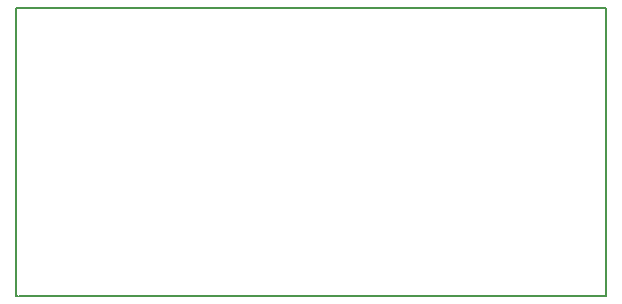
<source format=gbr>
G04 #@! TF.FileFunction,Profile,NP*
%FSLAX46Y46*%
G04 Gerber Fmt 4.6, Leading zero omitted, Abs format (unit mm)*
G04 Created by KiCad (PCBNEW 4.0.4-stable) date 10/04/16 21:15:39*
%MOMM*%
%LPD*%
G01*
G04 APERTURE LIST*
%ADD10C,0.100000*%
%ADD11C,0.150000*%
G04 APERTURE END LIST*
D10*
D11*
X166420800Y-107950000D02*
X166420800Y-107848400D01*
X116687600Y-107950000D02*
X166420800Y-107950000D01*
X166420800Y-83566000D02*
X116433600Y-83566000D01*
X116433600Y-107950000D02*
X116636800Y-107950000D01*
X116433600Y-83566000D02*
X116433600Y-107950000D01*
X166420800Y-107950000D02*
X166420800Y-83566000D01*
M02*

</source>
